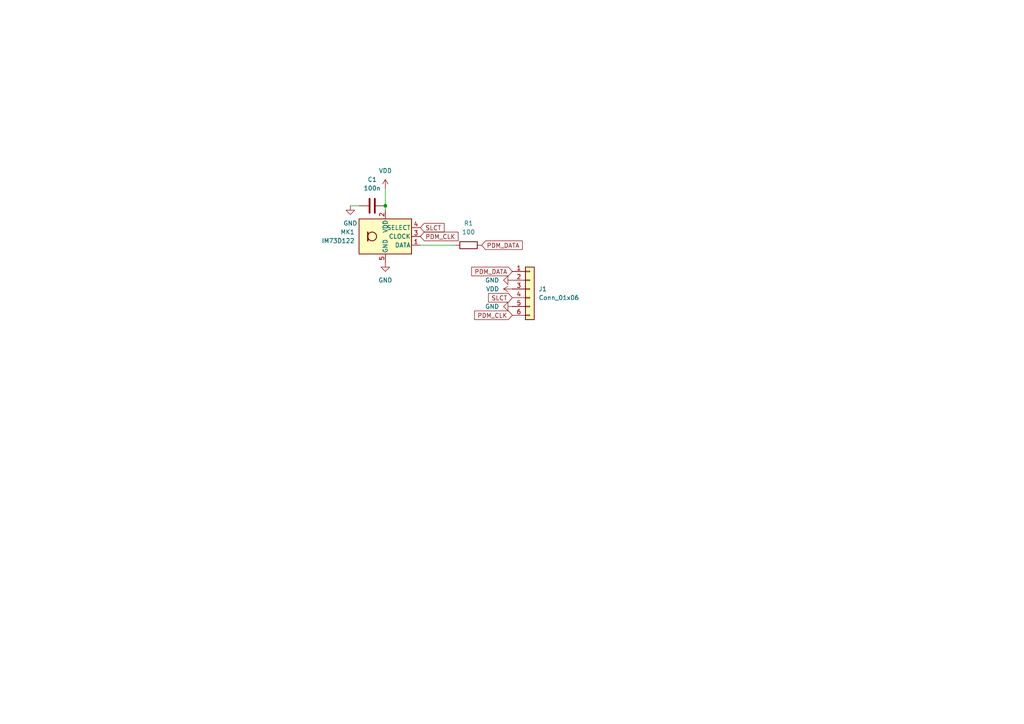
<source format=kicad_sch>
(kicad_sch (version 20231120) (generator "eeschema") (generator_version "8.0")
  (paper "A4")
  (lib_symbols
    (symbol "Connector_Generic:Conn_01x06" (pin_names (offset 1.016) hide)
      (property "Reference" "J" (at 0 7.62 0))
      (property "Value" "Conn_01x06" (at 0 -10.16 0))
      (symbol "Conn_01x06_1_1"
        (rectangle (start -1.27 -7.493) (end 0 -7.747) (stroke (width 0.1524)))
        (rectangle (start -1.27 -4.953) (end 0 -5.207) (stroke (width 0.1524)))
        (rectangle (start -1.27 -2.413) (end 0 -2.667) (stroke (width 0.1524)))
        (rectangle (start -1.27 0.127) (end 0 -0.127) (stroke (width 0.1524)))
        (rectangle (start -1.27 2.667) (end 0 2.413) (stroke (width 0.1524)))
        (rectangle (start -1.27 5.207) (end 0 4.953) (stroke (width 0.1524)))
        (rectangle (start -1.27 6.35) (end 1.27 -8.89) (stroke (width 0.254)) (fill (type background)))
        (pin passive line (at -5.08 5.08 0) (length 3.81) (name "Pin_1") (number "1"))
        (pin passive line (at -5.08 2.54 0) (length 3.81) (name "Pin_2") (number "2"))
        (pin passive line (at -5.08 0 0) (length 3.81) (name "Pin_3") (number "3"))
        (pin passive line (at -5.08 -2.54 0) (length 3.81) (name "Pin_4") (number "4"))
        (pin passive line (at -5.08 -5.08 0) (length 3.81) (name "Pin_5") (number "5"))
        (pin passive line (at -5.08 -7.62 0) (length 3.81) (name "Pin_6") (number "6"))
      )
    )
    (symbol "Device:C" (pin_numbers hide) (pin_names (offset 0.254))
      (property "Reference" "C" (at 0.635 2.54 0))
      (property "Value" "C" (at 0.635 -2.54 0))
      (symbol "C_0_1"
        (polyline (pts (xy -2.032 -0.762) (xy 2.032 -0.762)) (stroke (width 0.508)))
        (polyline (pts (xy -2.032 0.762) (xy 2.032 0.762)) (stroke (width 0.508)))
      )
      (symbol "C_1_1"
        (pin passive line (at 0 3.81 270) (length 2.794) (name "~") (number "1"))
        (pin passive line (at 0 -3.81 90) (length 2.794) (name "~") (number "2"))
      )
    )
    (symbol "Device:R" (pin_numbers hide) (pin_names (offset 0))
      (property "Reference" "R" (at 2.032 0 90))
      (property "Value" "R" (at 0 0 90))
      (symbol "R_0_1"
        (rectangle (start -1.016 -2.54) (end 1.016 2.54) (stroke (width 0.254)))
      )
      (symbol "R_1_1"
        (pin passive line (at 0 3.81 270) (length 1.27) (name "~") (number "1"))
        (pin passive line (at 0 -3.81 90) (length 1.27) (name "~") (number "2"))
      )
    )
    (symbol "Sensor_Audio:IM69D130" (pin_names (offset 0.254))
      (property "Reference" "MK" (at -7.62 6.35 0))
      (property "Value" "IM69D130" (at 1.27 6.35 0))
      (symbol "IM69D130_0_1"
        (rectangle (start -7.62 5.08) (end 7.62 -5.08) (stroke (width 0.254)) (fill (type background)))
        (circle (center -3.81 0) (radius 1.27) (stroke (width 0.254)))
        (polyline (pts (xy -5.08 1.27) (xy -5.08 -1.27)) (stroke (width 0.381)))
      )
      (symbol "IM69D130_1_1"
        (pin output line (at 10.16 -2.54 180) (length 2.54) (name "DATA") (number "1"))
        (pin power_in line (at 0 7.62 270) (length 2.54) (name "VDD") (number "2"))
        (pin input line (at 10.16 0 180) (length 2.54) (name "CLOCK") (number "3"))
        (pin input line (at 10.16 2.54 180) (length 2.54) (name "SELECT") (number "4"))
        (pin power_in line (at 0 -7.62 90) (length 2.54) (name "GND") (number "5"))
      )
    )
    (symbol "power:GND" (power) (pin_numbers hide) (pin_names (offset 0) hide)
      (property "Value" "GND" (at 0 -3.81 0))
      (symbol "GND_0_1"
        (polyline (pts (xy 0 0) (xy 0 -1.27) (xy 1.27 -1.27) (xy 0 -2.54) (xy -1.27 -1.27) (xy 0 -1.27)))
      )
      (symbol "GND_1_1"
        (pin power_in line (at 0 0 270) (length 0) (name "~") (number "1"))
      )
    )
    (symbol "power:VDD" (power) (pin_numbers hide) (pin_names (offset 0) hide)
      (property "Value" "VDD" (at 0 3.556 0))
      (symbol "VDD_0_1"
        (polyline (pts (xy -0.762 1.27) (xy 0 2.54)))
        (polyline (pts (xy 0 0) (xy 0 2.54)))
        (polyline (pts (xy 0 2.54) (xy 0.762 1.27)))
      )
      (symbol "VDD_1_1"
        (pin power_in line (at 0 0 90) (length 0) (name "~") (number "1"))
      )
    )
  )
  (junction (at 111.76 59.69))
  (wire (pts (xy 101.6 59.69) (xy 104.14 59.69)))
  (wire (pts (xy 132.08 71.12) (xy 121.92 71.12)))
  (wire (pts (xy 111.76 59.69) (xy 111.76 60.96)))
  (wire (pts (xy 111.76 54.61) (xy 111.76 59.69)))
  (global_label "PDM_CLK" (shape input) (at 148.59 91.44 180) (property "Intersheetrefs" "${INTERSHEET_REFS}" (effects (hide yes))))
  (global_label "SLCT" (shape input) (at 121.92 66.04 0) (property "Intersheetrefs" "${INTERSHEET_REFS}" (effects (hide yes))))
  (global_label "PDM_DATA" (shape input) (at 139.7 71.12 0) (property "Intersheetrefs" "${INTERSHEET_REFS}" (effects (hide yes))))
  (global_label "PDM_DATA" (shape input) (at 148.59 78.74 180) (property "Intersheetrefs" "${INTERSHEET_REFS}" (effects (hide yes))))
  (global_label "SLCT" (shape input) (at 148.59 86.36 180) (property "Intersheetrefs" "${INTERSHEET_REFS}" (effects (hide yes))))
  (global_label "PDM_CLK" (shape input) (at 121.92 68.58 0) (property "Intersheetrefs" "${INTERSHEET_REFS}" (effects (hide yes))))
  (symbol (lib_id "Device:C") (at 107.95 59.69 90) (unit 1)
    (property "Reference" "C1" (at 107.95 52.07 90))
    (property "Value" "100n" (at 107.95 54.61 90))
    (property "Footprint" "Capacitor_SMD:C_0201_0603Metric" (effects (hide yes)))
    (property "Description" "Unpolarized capacitor" (effects (hide yes)))
  )
  (symbol (lib_id "power:GND") (at 148.59 81.28 270) (unit 1)
    (property "Reference" "#PWR04" (effects (hide yes)))
    (property "Value" "GND" (at 144.78 81.2799 90) (effects (justify right)))
    (property "Description" "Power symbol creates a global label with name \"GND\" , ground" (effects (hide yes)))
  )
  (symbol (lib_id "power:GND") (at 148.59 88.9 270) (unit 1)
    (property "Reference" "#PWR06" (effects (hide yes)))
    (property "Value" "GND" (at 144.78 88.8999 90) (effects (justify right)))
    (property "Description" "Power symbol creates a global label with name \"GND\" , ground" (effects (hide yes)))
  )
  (symbol (lib_id "Device:R") (at 135.89 71.12 90) (unit 1)
    (property "Reference" "R1" (at 135.89 64.77 90))
    (property "Value" "100" (at 135.89 67.31 90))
    (property "Footprint" "Resistor_SMD:R_0201_0603Metric" (effects (hide yes)))
    (property "Description" "Resistor" (effects (hide yes)))
  )
  (symbol (lib_id "Connector_Generic:Conn_01x06") (at 153.67 83.82 0) (unit 1)
    (property "Reference" "J1" (at 156.21 83.8199 0) (effects (justify left)))
    (property "Value" "Conn_01x06" (at 156.21 86.3599 0) (effects (justify left)))
    (property "Footprint" "Connector_FFC-FPC:Hirose_FH12-6S-0.5SH_1x06-1MP_P0.50mm_Horizontal" (effects (hide yes)))
    (property "Description" "Generic connector, single row, 01x06, script generated (kicad-library-utils/schlib/autogen/connector/)" (effects (hide yes)))
  )
  (symbol (lib_id "Sensor_Audio:IM69D130") (at 111.76 68.58 0) (unit 1)
    (property "Reference" "MK1" (at 102.87 67.3099 0) (effects (justify right)))
    (property "Value" "IM73D122" (at 102.87 69.8499 0) (effects (justify right)))
    (property "Footprint" "Sensor_Audio:Infineon_PG-LLGA-5-1" (effects (hide yes)))
    (property "Datasheet" "https://www.infineon.com/dgdl/Infineon-IM69D130-DS-v01_00-EN.pdf?fileId=5546d462602a9dc801607a0e46511a2e" (effects (hide yes)))
    (property "Description" "Ultra-low noise high sensitivity digital XENSIVTM MEMS microphone" (effects (hide yes)))
  )
  (symbol (lib_id "power:GND") (at 101.6 59.69 0) (unit 1)
    (property "Reference" "#PWR01" (effects (hide yes)))
    (property "Value" "GND" (at 101.6 64.77 0))
    (property "Description" "Power symbol creates a global label with name \"GND\" , ground" (effects (hide yes)))
  )
  (symbol (lib_id "power:VDD") (at 111.76 54.61 0) (unit 1)
    (property "Reference" "#PWR02" (effects (hide yes)))
    (property "Value" "VDD" (at 111.76 49.53 0))
    (property "Description" "Power symbol creates a global label with name \"VDD\"" (effects (hide yes)))
  )
  (symbol (lib_id "power:VDD") (at 148.59 83.82 90) (unit 1)
    (property "Reference" "#PWR05" (effects (hide yes)))
    (property "Value" "VDD" (at 144.78 83.8199 90) (effects (justify left)))
    (property "Description" "Power symbol creates a global label with name \"VDD\"" (effects (hide yes)))
  )
  (symbol (lib_id "power:GND") (at 111.76 76.2 0) (unit 1)
    (property "Reference" "#PWR03" (effects (hide yes)))
    (property "Value" "GND" (at 111.76 81.28 0))
    (property "Description" "Power symbol creates a global label with name \"GND\" , ground" (effects (hide yes)))
  )
)
</source>
